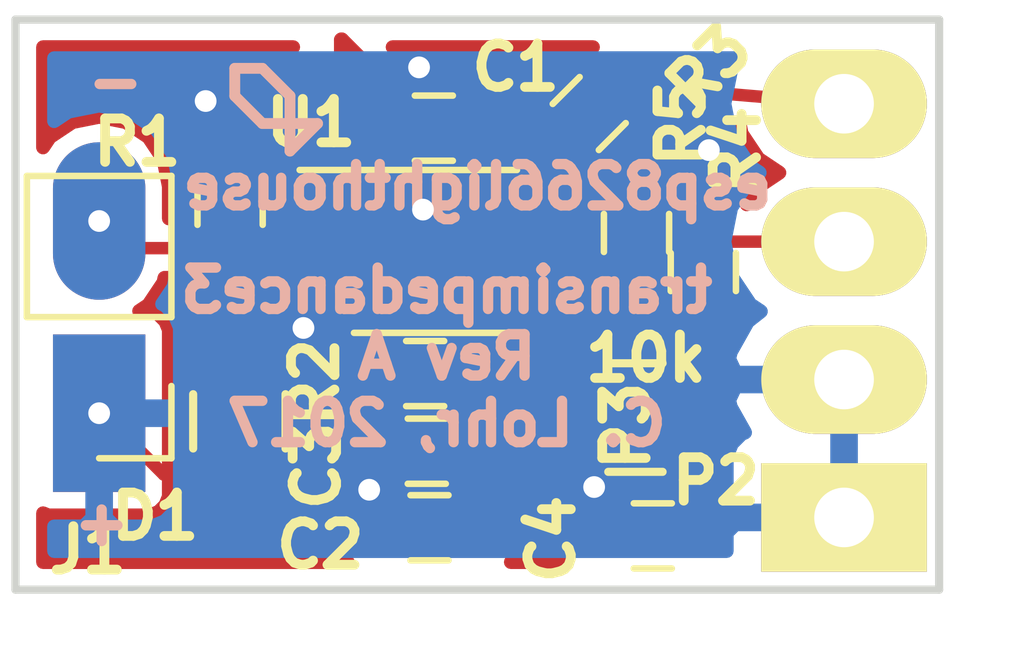
<source format=kicad_pcb>
(kicad_pcb (version 4) (host pcbnew 4.0.6-e0-6349~53~ubuntu16.04.1)

  (general
    (links 27)
    (no_connects 0)
    (area 43.254896 32.318799 62.660201 44.7182)
    (thickness 1.6)
    (drawings 17)
    (tracks 108)
    (zones 0)
    (modules 14)
    (nets 11)
  )

  (page User 134.62 134.62)
  (layers
    (0 F.Cu signal)
    (31 B.Cu signal)
    (32 B.Adhes user)
    (33 F.Adhes user)
    (34 B.Paste user)
    (35 F.Paste user)
    (36 B.SilkS user)
    (37 F.SilkS user)
    (38 B.Mask user)
    (39 F.Mask user)
    (40 Dwgs.User user)
    (41 Cmts.User user)
    (42 Eco1.User user)
    (43 Eco2.User user)
    (44 Edge.Cuts user)
    (45 Margin user)
    (46 B.CrtYd user)
    (47 F.CrtYd user)
    (48 B.Fab user)
    (49 F.Fab user hide)
  )

  (setup
    (last_trace_width 0.2286)
    (trace_clearance 0.2032)
    (zone_clearance 0.3048)
    (zone_45_only no)
    (trace_min 0.2)
    (segment_width 0.2)
    (edge_width 0.15)
    (via_size 0.6)
    (via_drill 0.4)
    (via_min_size 0.4)
    (via_min_drill 0.3)
    (uvia_size 0.3)
    (uvia_drill 0.1)
    (uvias_allowed no)
    (uvia_min_size 0)
    (uvia_min_drill 0)
    (pcb_text_width 0.3)
    (pcb_text_size 0.762 0.762)
    (mod_edge_width 0.15)
    (mod_text_size 0.8 0.8)
    (mod_text_width 0.18)
    (pad_size 1.7 2.9)
    (pad_drill 0.4)
    (pad_to_mask_clearance 0.1016)
    (aux_axis_origin 0 0)
    (grid_origin 55.88 41.275)
    (visible_elements FFFFFF7F)
    (pcbplotparams
      (layerselection 0x010f8_80000001)
      (usegerberextensions true)
      (excludeedgelayer false)
      (linewidth 0.100000)
      (plotframeref false)
      (viasonmask false)
      (mode 1)
      (useauxorigin false)
      (hpglpennumber 1)
      (hpglpenspeed 20)
      (hpglpendiameter 15)
      (hpglpenoverlay 2)
      (psnegative false)
      (psa4output false)
      (plotreference true)
      (plotvalue true)
      (plotinvisibletext false)
      (padsonsilk false)
      (subtractmaskfromsilk false)
      (outputformat 1)
      (mirror false)
      (drillshape 0)
      (scaleselection 1)
      (outputdirectory transimpedance3-revA-1_0mm_17x11))
  )

  (net 0 "")
  (net 1 "Net-(C1-Pad1)")
  (net 2 "Net-(C1-Pad2)")
  (net 3 +3V3)
  (net 4 GND)
  (net 5 VG1)
  (net 6 "Net-(P2-Pad3)")
  (net 7 "Net-(R4-Pad2)")
  (net 8 "Net-(C4-Pad2)")
  (net 9 "Net-(J1-Pad2)")
  (net 10 "Net-(P2-Pad4)")

  (net_class Default "This is the default net class."
    (clearance 0.2032)
    (trace_width 0.2286)
    (via_dia 0.6)
    (via_drill 0.4)
    (uvia_dia 0.3)
    (uvia_drill 0.1)
    (add_net +3V3)
    (add_net GND)
    (add_net "Net-(C1-Pad1)")
    (add_net "Net-(C1-Pad2)")
    (add_net "Net-(C4-Pad2)")
    (add_net "Net-(J1-Pad2)")
    (add_net "Net-(P2-Pad3)")
    (add_net "Net-(P2-Pad4)")
    (add_net "Net-(R4-Pad2)")
    (add_net VG1)
  )

  (module TerminalBlock_Pheonix_MPT-2.54mm_4pol (layer F.Cu) (tedit 59658EDB) (tstamp 58E0B70F)
    (at 59.13 41.945 90)
    (descr "4-way 2.54mm pitch terminal block, Phoenix MPT series")
    (path /58DD50F7)
    (fp_text reference P2 (at 0.67 -2.36 180) (layer F.SilkS)
      (effects (font (size 0.8 0.8) (thickness 0.18)))
    )
    (fp_text value SYS (at 4.2418 0.03556 90) (layer F.Fab)
      (effects (font (size 0.8 0.8) (thickness 0.18)))
    )
    (fp_line (start -1.778 -3.302) (end 9.398 -3.302) (layer F.CrtYd) (width 0.05))
    (fp_line (start -1.778 3.302) (end -1.778 -3.302) (layer F.CrtYd) (width 0.05))
    (fp_line (start 9.398 3.302) (end -1.778 3.302) (layer F.CrtYd) (width 0.05))
    (fp_line (start 9.398 -3.302) (end 9.398 3.302) (layer F.CrtYd) (width 0.05))
    (pad 4 thru_hole oval (at 7.62 0 270) (size 1.99898 3.048) (drill 1.09728) (layers *.Cu *.Mask F.SilkS)
      (net 10 "Net-(P2-Pad4)"))
    (pad 1 thru_hole rect (at 0 0 270) (size 1.99898 3.048) (drill 1.09728) (layers *.Cu *.Mask F.SilkS)
      (net 4 GND))
    (pad 2 thru_hole oval (at 2.54 0 270) (size 1.99898 3.048) (drill 1.09728) (layers *.Cu *.Mask F.SilkS)
      (net 4 GND))
    (pad 3 thru_hole oval (at 5.08 0 270) (size 1.99898 3.048) (drill 1.09728) (layers *.Cu *.Mask F.SilkS)
      (net 6 "Net-(P2-Pad3)"))
    (model Terminal_Blocks.3dshapes/TerminalBlock_Pheonix_MPT-2.54mm_4pol.wrl
      (at (xyz 0.15 0 0))
      (scale (xyz 1 1 1))
      (rotate (xyz 0 0 0))
    )
  )

  (module C_0805 (layer F.Cu) (tedit 59154AA3) (tstamp 58E0B7E8)
    (at 48 40.175 90)
    (descr "Capacitor SMD 0805, reflow soldering, AVX (see smccp.pdf)")
    (tags "capacitor 0805")
    (path /58DD3E79)
    (attr smd)
    (fp_text reference D1 (at -1.75 -1.55 180) (layer F.SilkS)
      (effects (font (size 0.8 0.8) (thickness 0.18)))
    )
    (fp_text value BLUE (at -0.22352 -0.17272 90) (layer F.Fab)
      (effects (font (size 0.8 0.8) (thickness 0.18)))
    )
    (fp_line (start -1.8 -1) (end 1.8 -1) (layer F.CrtYd) (width 0.05))
    (fp_line (start -1.8 1) (end 1.8 1) (layer F.CrtYd) (width 0.05))
    (fp_line (start -1.8 -1) (end -1.8 1) (layer F.CrtYd) (width 0.05))
    (fp_line (start 1.8 -1) (end 1.8 1) (layer F.CrtYd) (width 0.05))
    (fp_line (start 0.5 -0.85) (end -0.5 -0.85) (layer F.SilkS) (width 0.15))
    (fp_line (start -0.5 0.85) (end 0.5 0.85) (layer F.SilkS) (width 0.15))
    (pad 1 smd rect (at -1 0 90) (size 1 1.25) (layers F.Cu F.Paste F.Mask)
      (net 4 GND))
    (pad 2 smd rect (at 1 0 90) (size 1 1.25) (layers F.Cu F.Paste F.Mask)
      (net 5 VG1))
    (model Capacitors_SMD.3dshapes/C_0805.wrl
      (at (xyz 0 0 0))
      (scale (xyz 1 1 1))
      (rotate (xyz 0 0 0))
    )
  )

  (module TRIMMER-PVZ2A (layer F.Cu) (tedit 59154BDE) (tstamp 58E04AAB)
    (at 53.79 40.105 270)
    (path /58DE92DB)
    (fp_text reference P3 (at 0.154 -1.328 270) (layer F.SilkS)
      (effects (font (size 0.8 0.8) (thickness 0.18)))
    )
    (fp_text value 10k (at -1.09 -1.69 360) (layer F.SilkS)
      (effects (font (size 0.8 0.8) (thickness 0.18)))
    )
    (fp_line (start 1 -2) (end 1 -1) (layer F.SilkS) (width 0.15))
    (fp_line (start -1 -1) (end -1 -2) (layer F.SilkS) (width 0.15))
    (pad 1 smd rect (at -0.8 0 270) (size 1 1) (layers F.Cu F.Paste F.Mask)
      (net 3 +3V3))
    (pad 2 smd rect (at 0 -2.54 270) (size 1 1) (layers F.Cu F.Paste F.Mask)
      (net 8 "Net-(C4-Pad2)"))
    (pad 3 smd rect (at 0.8 0 270) (size 1 1) (layers F.Cu F.Paste F.Mask)
      (net 4 GND))
  )

  (module C_0603 (layer F.Cu) (tedit 59658E91) (tstamp 592DDE32)
    (at 51.58 34.775 180)
    (descr "Capacitor SMD 0603, reflow soldering, AVX (see smccp.pdf)")
    (tags "capacitor 0603")
    (path /58DE727D)
    (attr smd)
    (fp_text reference C1 (at -1.506 1.12 180) (layer F.SilkS)
      (effects (font (size 0.8 0.8) (thickness 0.18)))
    )
    (fp_text value 36pF (at 0 1.5 180) (layer F.Fab)
      (effects (font (size 0.8 0.8) (thickness 0.18)))
    )
    (fp_text user %R (at 0 -1.5 180) (layer F.Fab)
      (effects (font (size 0.8 0.8) (thickness 0.18)))
    )
    (fp_line (start -0.8 0.4) (end -0.8 -0.4) (layer F.Fab) (width 0.1))
    (fp_line (start 0.8 0.4) (end -0.8 0.4) (layer F.Fab) (width 0.1))
    (fp_line (start 0.8 -0.4) (end 0.8 0.4) (layer F.Fab) (width 0.1))
    (fp_line (start -0.8 -0.4) (end 0.8 -0.4) (layer F.Fab) (width 0.1))
    (fp_line (start -0.35 -0.6) (end 0.35 -0.6) (layer F.SilkS) (width 0.12))
    (fp_line (start 0.35 0.6) (end -0.35 0.6) (layer F.SilkS) (width 0.12))
    (fp_line (start -1.4 -0.65) (end 1.4 -0.65) (layer F.CrtYd) (width 0.05))
    (fp_line (start -1.4 -0.65) (end -1.4 0.65) (layer F.CrtYd) (width 0.05))
    (fp_line (start 1.4 0.65) (end 1.4 -0.65) (layer F.CrtYd) (width 0.05))
    (fp_line (start 1.4 0.65) (end -1.4 0.65) (layer F.CrtYd) (width 0.05))
    (pad 1 smd rect (at -0.75 0 180) (size 0.8 0.75) (layers F.Cu F.Paste F.Mask)
      (net 1 "Net-(C1-Pad1)"))
    (pad 2 smd rect (at 0.75 0 180) (size 0.8 0.75) (layers F.Cu F.Paste F.Mask)
      (net 2 "Net-(C1-Pad2)"))
    (model Capacitors_SMD.3dshapes/C_0603.wrl
      (at (xyz 0 0 0))
      (scale (xyz 1 1 1))
      (rotate (xyz 0 0 0))
    )
  )

  (module C_0603 (layer F.Cu) (tedit 59154AA0) (tstamp 592DDE42)
    (at 51.5 42.135 180)
    (descr "Capacitor SMD 0603, reflow soldering, AVX (see smccp.pdf)")
    (tags "capacitor 0603")
    (path /58DD4042)
    (attr smd)
    (fp_text reference C2 (at 2.01 -0.32 180) (layer F.SilkS)
      (effects (font (size 0.8 0.8) (thickness 0.18)))
    )
    (fp_text value 10u (at 0 1.5 180) (layer F.Fab)
      (effects (font (size 0.8 0.8) (thickness 0.18)))
    )
    (fp_text user %R (at 0 -1.5 180) (layer F.Fab)
      (effects (font (size 0.8 0.8) (thickness 0.18)))
    )
    (fp_line (start -0.8 0.4) (end -0.8 -0.4) (layer F.Fab) (width 0.1))
    (fp_line (start 0.8 0.4) (end -0.8 0.4) (layer F.Fab) (width 0.1))
    (fp_line (start 0.8 -0.4) (end 0.8 0.4) (layer F.Fab) (width 0.1))
    (fp_line (start -0.8 -0.4) (end 0.8 -0.4) (layer F.Fab) (width 0.1))
    (fp_line (start -0.35 -0.6) (end 0.35 -0.6) (layer F.SilkS) (width 0.12))
    (fp_line (start 0.35 0.6) (end -0.35 0.6) (layer F.SilkS) (width 0.12))
    (fp_line (start -1.4 -0.65) (end 1.4 -0.65) (layer F.CrtYd) (width 0.05))
    (fp_line (start -1.4 -0.65) (end -1.4 0.65) (layer F.CrtYd) (width 0.05))
    (fp_line (start 1.4 0.65) (end 1.4 -0.65) (layer F.CrtYd) (width 0.05))
    (fp_line (start 1.4 0.65) (end -1.4 0.65) (layer F.CrtYd) (width 0.05))
    (pad 1 smd rect (at -0.75 0 180) (size 0.8 0.75) (layers F.Cu F.Paste F.Mask)
      (net 3 +3V3))
    (pad 2 smd rect (at 0.75 0 180) (size 0.8 0.75) (layers F.Cu F.Paste F.Mask)
      (net 4 GND))
    (model Capacitors_SMD.3dshapes/C_0603.wrl
      (at (xyz 0 0 0))
      (scale (xyz 1 1 1))
      (rotate (xyz 0 0 0))
    )
  )

  (module C_0603 (layer F.Cu) (tedit 59154ABC) (tstamp 592DDE52)
    (at 51.45 40.725 180)
    (descr "Capacitor SMD 0603, reflow soldering, AVX (see smccp.pdf)")
    (tags "capacitor 0603")
    (path /58DD40AE)
    (attr smd)
    (fp_text reference C3 (at 2.03 -0.27 270) (layer F.SilkS)
      (effects (font (size 0.8 0.8) (thickness 0.18)))
    )
    (fp_text value 10n (at 0 1.5 180) (layer F.Fab)
      (effects (font (size 0.8 0.8) (thickness 0.18)))
    )
    (fp_text user %R (at 0 -1.5 180) (layer F.Fab)
      (effects (font (size 0.8 0.8) (thickness 0.18)))
    )
    (fp_line (start -0.8 0.4) (end -0.8 -0.4) (layer F.Fab) (width 0.1))
    (fp_line (start 0.8 0.4) (end -0.8 0.4) (layer F.Fab) (width 0.1))
    (fp_line (start 0.8 -0.4) (end 0.8 0.4) (layer F.Fab) (width 0.1))
    (fp_line (start -0.8 -0.4) (end 0.8 -0.4) (layer F.Fab) (width 0.1))
    (fp_line (start -0.35 -0.6) (end 0.35 -0.6) (layer F.SilkS) (width 0.12))
    (fp_line (start 0.35 0.6) (end -0.35 0.6) (layer F.SilkS) (width 0.12))
    (fp_line (start -1.4 -0.65) (end 1.4 -0.65) (layer F.CrtYd) (width 0.05))
    (fp_line (start -1.4 -0.65) (end -1.4 0.65) (layer F.CrtYd) (width 0.05))
    (fp_line (start 1.4 0.65) (end 1.4 -0.65) (layer F.CrtYd) (width 0.05))
    (fp_line (start 1.4 0.65) (end -1.4 0.65) (layer F.CrtYd) (width 0.05))
    (pad 1 smd rect (at -0.75 0 180) (size 0.8 0.75) (layers F.Cu F.Paste F.Mask)
      (net 3 +3V3))
    (pad 2 smd rect (at 0.75 0 180) (size 0.8 0.75) (layers F.Cu F.Paste F.Mask)
      (net 4 GND))
    (model Capacitors_SMD.3dshapes/C_0603.wrl
      (at (xyz 0 0 0))
      (scale (xyz 1 1 1))
      (rotate (xyz 0 0 0))
    )
  )

  (module C_0603 (layer F.Cu) (tedit 59154BD9) (tstamp 592DDE62)
    (at 55.61 42.285)
    (descr "Capacitor SMD 0603, reflow soldering, AVX (see smccp.pdf)")
    (tags "capacitor 0603")
    (path /58DE9469)
    (attr smd)
    (fp_text reference C4 (at -1.87 0.06 90) (layer F.SilkS)
      (effects (font (size 0.8 0.8) (thickness 0.18)))
    )
    (fp_text value 10n (at 0 1.5) (layer F.Fab)
      (effects (font (size 0.8 0.8) (thickness 0.18)))
    )
    (fp_text user %R (at 0 -1.5) (layer F.Fab)
      (effects (font (size 0.8 0.8) (thickness 0.18)))
    )
    (fp_line (start -0.8 0.4) (end -0.8 -0.4) (layer F.Fab) (width 0.1))
    (fp_line (start 0.8 0.4) (end -0.8 0.4) (layer F.Fab) (width 0.1))
    (fp_line (start 0.8 -0.4) (end 0.8 0.4) (layer F.Fab) (width 0.1))
    (fp_line (start -0.8 -0.4) (end 0.8 -0.4) (layer F.Fab) (width 0.1))
    (fp_line (start -0.35 -0.6) (end 0.35 -0.6) (layer F.SilkS) (width 0.12))
    (fp_line (start 0.35 0.6) (end -0.35 0.6) (layer F.SilkS) (width 0.12))
    (fp_line (start -1.4 -0.65) (end 1.4 -0.65) (layer F.CrtYd) (width 0.05))
    (fp_line (start -1.4 -0.65) (end -1.4 0.65) (layer F.CrtYd) (width 0.05))
    (fp_line (start 1.4 0.65) (end 1.4 -0.65) (layer F.CrtYd) (width 0.05))
    (fp_line (start 1.4 0.65) (end -1.4 0.65) (layer F.CrtYd) (width 0.05))
    (pad 1 smd rect (at -0.75 0) (size 0.8 0.75) (layers F.Cu F.Paste F.Mask)
      (net 4 GND))
    (pad 2 smd rect (at 0.75 0) (size 0.8 0.75) (layers F.Cu F.Paste F.Mask)
      (net 8 "Net-(C4-Pad2)"))
    (model Capacitors_SMD.3dshapes/C_0603.wrl
      (at (xyz 0 0 0))
      (scale (xyz 1 1 1))
      (rotate (xyz 0 0 0))
    )
  )

  (module Pin_Header_Straight_1x02_Pitch2.54mm (layer F.Cu) (tedit 59658F6C) (tstamp 592DDE86)
    (at 45.42 39.525 180)
    (descr "Through hole straight pin header, 1x02, 2.54mm pitch, single row")
    (tags "Through hole pin header THT 1x02 2.54mm single row")
    (path /59154B49)
    (fp_text reference J1 (at 0.208 -3.02 180) (layer F.SilkS)
      (effects (font (size 0.8 0.8) (thickness 0.18)))
    )
    (fp_text value PHOTO (at 0 4.87 180) (layer F.Fab)
      (effects (font (size 0.8 0.8) (thickness 0.18)))
    )
    (fp_line (start -1.27 -1.27) (end -1.27 3.81) (layer F.Fab) (width 0.1))
    (fp_line (start -1.27 3.81) (end 1.27 3.81) (layer F.Fab) (width 0.1))
    (fp_line (start 1.27 3.81) (end 1.27 -1.27) (layer F.Fab) (width 0.1))
    (fp_line (start 1.27 -1.27) (end -1.27 -1.27) (layer F.Fab) (width 0.1))
    (fp_line (start -1.33 1.27) (end -1.33 3.87) (layer F.SilkS) (width 0.12))
    (fp_line (start -1.33 3.87) (end 1.33 3.87) (layer F.SilkS) (width 0.12))
    (fp_line (start 1.33 3.87) (end 1.33 1.27) (layer F.SilkS) (width 0.12))
    (fp_line (start 1.33 1.27) (end -1.33 1.27) (layer F.SilkS) (width 0.12))
    (fp_line (start -1.33 0) (end -1.33 -1.33) (layer F.SilkS) (width 0.12))
    (fp_line (start -1.33 -1.33) (end 0 -1.33) (layer F.SilkS) (width 0.12))
    (fp_line (start -1.8 -1.8) (end -1.8 4.35) (layer F.CrtYd) (width 0.05))
    (fp_line (start -1.8 4.35) (end 1.8 4.35) (layer F.CrtYd) (width 0.05))
    (fp_line (start 1.8 4.35) (end 1.8 -1.8) (layer F.CrtYd) (width 0.05))
    (fp_line (start 1.8 -1.8) (end -1.8 -1.8) (layer F.CrtYd) (width 0.05))
    (fp_text user %R (at 0 -2.33 180) (layer F.Fab)
      (effects (font (size 0.8 0.8) (thickness 0.18)))
    )
    (pad 1 thru_hole rect (at 0 -0.5 180) (size 1.7 2.9) (drill 0.4) (layers *.Cu *.Mask)
      (net 4 GND))
    (pad 2 thru_hole oval (at 0 3.04 180) (size 1.7 2.9) (drill 0.4) (layers *.Cu *.Mask)
      (net 9 "Net-(J1-Pad2)"))
    (model ${KISYS3DMOD}/Pin_Headers.3dshapes/Pin_Header_Straight_1x02_Pitch2.54mm.wrl
      (at (xyz 0 -0.05 0))
      (scale (xyz 1 1 1))
      (rotate (xyz 0 0 90))
    )
  )

  (module C_0603 (layer F.Cu) (tedit 59154A18) (tstamp 592DDE87)
    (at 47.83 36.205 270)
    (descr "Capacitor SMD 0603, reflow soldering, AVX (see smccp.pdf)")
    (tags "capacitor 0603")
    (path /58DD3BB5)
    (attr smd)
    (fp_text reference R1 (at -1.17 1.71 360) (layer F.SilkS)
      (effects (font (size 0.8 0.8) (thickness 0.18)))
    )
    (fp_text value 22k (at 0 1.5 270) (layer F.Fab)
      (effects (font (size 0.8 0.8) (thickness 0.18)))
    )
    (fp_text user %R (at 0 -1.5 270) (layer F.Fab)
      (effects (font (size 0.8 0.8) (thickness 0.18)))
    )
    (fp_line (start -0.8 0.4) (end -0.8 -0.4) (layer F.Fab) (width 0.1))
    (fp_line (start 0.8 0.4) (end -0.8 0.4) (layer F.Fab) (width 0.1))
    (fp_line (start 0.8 -0.4) (end 0.8 0.4) (layer F.Fab) (width 0.1))
    (fp_line (start -0.8 -0.4) (end 0.8 -0.4) (layer F.Fab) (width 0.1))
    (fp_line (start -0.35 -0.6) (end 0.35 -0.6) (layer F.SilkS) (width 0.12))
    (fp_line (start 0.35 0.6) (end -0.35 0.6) (layer F.SilkS) (width 0.12))
    (fp_line (start -1.4 -0.65) (end 1.4 -0.65) (layer F.CrtYd) (width 0.05))
    (fp_line (start -1.4 -0.65) (end -1.4 0.65) (layer F.CrtYd) (width 0.05))
    (fp_line (start 1.4 0.65) (end 1.4 -0.65) (layer F.CrtYd) (width 0.05))
    (fp_line (start 1.4 0.65) (end -1.4 0.65) (layer F.CrtYd) (width 0.05))
    (pad 1 smd rect (at -0.75 0 270) (size 0.8 0.75) (layers F.Cu F.Paste F.Mask)
      (net 2 "Net-(C1-Pad2)"))
    (pad 2 smd rect (at 0.75 0 270) (size 0.8 0.75) (layers F.Cu F.Paste F.Mask)
      (net 9 "Net-(J1-Pad2)"))
    (model Capacitors_SMD.3dshapes/C_0603.wrl
      (at (xyz 0 0 0))
      (scale (xyz 1 1 1))
      (rotate (xyz 0 0 0))
    )
  )

  (module C_0603 (layer F.Cu) (tedit 59154ABB) (tstamp 592DDE97)
    (at 51.42 39.295 180)
    (descr "Capacitor SMD 0603, reflow soldering, AVX (see smccp.pdf)")
    (tags "capacitor 0603")
    (path /58DD3F94)
    (attr smd)
    (fp_text reference R2 (at 2.03 -0.16 270) (layer F.SilkS)
      (effects (font (size 0.8 0.8) (thickness 0.18)))
    )
    (fp_text value 10k (at 0 1.5 180) (layer F.Fab)
      (effects (font (size 0.8 0.8) (thickness 0.18)))
    )
    (fp_text user %R (at 0 -1.5 180) (layer F.Fab)
      (effects (font (size 0.8 0.8) (thickness 0.18)))
    )
    (fp_line (start -0.8 0.4) (end -0.8 -0.4) (layer F.Fab) (width 0.1))
    (fp_line (start 0.8 0.4) (end -0.8 0.4) (layer F.Fab) (width 0.1))
    (fp_line (start 0.8 -0.4) (end 0.8 0.4) (layer F.Fab) (width 0.1))
    (fp_line (start -0.8 -0.4) (end 0.8 -0.4) (layer F.Fab) (width 0.1))
    (fp_line (start -0.35 -0.6) (end 0.35 -0.6) (layer F.SilkS) (width 0.12))
    (fp_line (start 0.35 0.6) (end -0.35 0.6) (layer F.SilkS) (width 0.12))
    (fp_line (start -1.4 -0.65) (end 1.4 -0.65) (layer F.CrtYd) (width 0.05))
    (fp_line (start -1.4 -0.65) (end -1.4 0.65) (layer F.CrtYd) (width 0.05))
    (fp_line (start 1.4 0.65) (end 1.4 -0.65) (layer F.CrtYd) (width 0.05))
    (fp_line (start 1.4 0.65) (end -1.4 0.65) (layer F.CrtYd) (width 0.05))
    (pad 1 smd rect (at -0.75 0 180) (size 0.8 0.75) (layers F.Cu F.Paste F.Mask)
      (net 3 +3V3))
    (pad 2 smd rect (at 0.75 0 180) (size 0.8 0.75) (layers F.Cu F.Paste F.Mask)
      (net 5 VG1))
    (model Capacitors_SMD.3dshapes/C_0603.wrl
      (at (xyz 0 0 0))
      (scale (xyz 1 1 1))
      (rotate (xyz 0 0 0))
    )
  )

  (module C_0603 (layer F.Cu) (tedit 59658E85) (tstamp 592DDEA7)
    (at 56.54 37.425 270)
    (descr "Capacitor SMD 0603, reflow soldering, AVX (see smccp.pdf)")
    (tags "capacitor 0603")
    (path /58DE7301)
    (attr smd)
    (fp_text reference R4 (at -2.246 -0.61 270) (layer F.SilkS)
      (effects (font (size 0.8 0.8) (thickness 0.18)))
    )
    (fp_text value 47k (at 0 1.5 270) (layer F.Fab)
      (effects (font (size 0.8 0.8) (thickness 0.18)))
    )
    (fp_text user %R (at 0 -1.5 270) (layer F.Fab)
      (effects (font (size 0.8 0.8) (thickness 0.18)))
    )
    (fp_line (start -0.8 0.4) (end -0.8 -0.4) (layer F.Fab) (width 0.1))
    (fp_line (start 0.8 0.4) (end -0.8 0.4) (layer F.Fab) (width 0.1))
    (fp_line (start 0.8 -0.4) (end 0.8 0.4) (layer F.Fab) (width 0.1))
    (fp_line (start -0.8 -0.4) (end 0.8 -0.4) (layer F.Fab) (width 0.1))
    (fp_line (start -0.35 -0.6) (end 0.35 -0.6) (layer F.SilkS) (width 0.12))
    (fp_line (start 0.35 0.6) (end -0.35 0.6) (layer F.SilkS) (width 0.12))
    (fp_line (start -1.4 -0.65) (end 1.4 -0.65) (layer F.CrtYd) (width 0.05))
    (fp_line (start -1.4 -0.65) (end -1.4 0.65) (layer F.CrtYd) (width 0.05))
    (fp_line (start 1.4 0.65) (end 1.4 -0.65) (layer F.CrtYd) (width 0.05))
    (fp_line (start 1.4 0.65) (end -1.4 0.65) (layer F.CrtYd) (width 0.05))
    (pad 1 smd rect (at -0.75 0 270) (size 0.8 0.75) (layers F.Cu F.Paste F.Mask)
      (net 6 "Net-(P2-Pad3)"))
    (pad 2 smd rect (at 0.75 0 270) (size 0.8 0.75) (layers F.Cu F.Paste F.Mask)
      (net 7 "Net-(R4-Pad2)"))
    (model Capacitors_SMD.3dshapes/C_0603.wrl
      (at (xyz 0 0 0))
      (scale (xyz 1 1 1))
      (rotate (xyz 0 0 0))
    )
  )

  (module C_0603 (layer F.Cu) (tedit 59658E78) (tstamp 592DDEB7)
    (at 55.31 36.705 90)
    (descr "Capacitor SMD 0603, reflow soldering, AVX (see smccp.pdf)")
    (tags "capacitor 0603")
    (path /58DE73EA)
    (attr smd)
    (fp_text reference R5 (at 2.034 0.824 90) (layer F.SilkS)
      (effects (font (size 0.8 0.8) (thickness 0.18)))
    )
    (fp_text value 4.7k (at 0 1.5 90) (layer F.Fab)
      (effects (font (size 0.8 0.8) (thickness 0.18)))
    )
    (fp_text user %R (at 0 -1.5 90) (layer F.Fab)
      (effects (font (size 0.8 0.8) (thickness 0.18)))
    )
    (fp_line (start -0.8 0.4) (end -0.8 -0.4) (layer F.Fab) (width 0.1))
    (fp_line (start 0.8 0.4) (end -0.8 0.4) (layer F.Fab) (width 0.1))
    (fp_line (start 0.8 -0.4) (end 0.8 0.4) (layer F.Fab) (width 0.1))
    (fp_line (start -0.8 -0.4) (end 0.8 -0.4) (layer F.Fab) (width 0.1))
    (fp_line (start -0.35 -0.6) (end 0.35 -0.6) (layer F.SilkS) (width 0.12))
    (fp_line (start 0.35 0.6) (end -0.35 0.6) (layer F.SilkS) (width 0.12))
    (fp_line (start -1.4 -0.65) (end 1.4 -0.65) (layer F.CrtYd) (width 0.05))
    (fp_line (start -1.4 -0.65) (end -1.4 0.65) (layer F.CrtYd) (width 0.05))
    (fp_line (start 1.4 0.65) (end 1.4 -0.65) (layer F.CrtYd) (width 0.05))
    (fp_line (start 1.4 0.65) (end -1.4 0.65) (layer F.CrtYd) (width 0.05))
    (pad 1 smd rect (at -0.75 0 90) (size 0.8 0.75) (layers F.Cu F.Paste F.Mask)
      (net 7 "Net-(R4-Pad2)"))
    (pad 2 smd rect (at 0.75 0 90) (size 0.8 0.75) (layers F.Cu F.Paste F.Mask)
      (net 1 "Net-(C1-Pad1)"))
    (model Capacitors_SMD.3dshapes/C_0603.wrl
      (at (xyz 0 0 0))
      (scale (xyz 1 1 1))
      (rotate (xyz 0 0 0))
    )
  )

  (module Housings_SSOP:SSOP-8_2.95x2.8mm_Pitch0.65mm (layer F.Cu) (tedit 59154A15) (tstamp 592DDFF2)
    (at 51.61 37.045)
    (descr "SSOP-8 2.9 x2.8mm Pitch 0.65mm")
    (tags "SSOP-8 2.95x2.8mm Pitch 0.65mm")
    (path /58DD3B39)
    (attr smd)
    (fp_text reference U1 (at -2.29 -2.37) (layer F.SilkS)
      (effects (font (size 0.8 0.8) (thickness 0.18)))
    )
    (fp_text value TSV992 (at 0 2.6) (layer F.Fab)
      (effects (font (size 0.8 0.8) (thickness 0.18)))
    )
    (fp_line (start -2.75 -1.65) (end 2.75 -1.65) (layer F.CrtYd) (width 0.05))
    (fp_line (start -2.75 1.65) (end -2.75 -1.65) (layer F.CrtYd) (width 0.05))
    (fp_line (start 2.75 1.65) (end -2.75 1.65) (layer F.CrtYd) (width 0.05))
    (fp_line (start 2.75 -1.65) (end 2.75 1.65) (layer F.CrtYd) (width 0.05))
    (fp_line (start 1.5 1.5) (end -1.5 1.5) (layer F.SilkS) (width 0.12))
    (fp_line (start 1.5 -1.5) (end -2.5 -1.5) (layer F.SilkS) (width 0.12))
    (fp_line (start -0.475 -1.4) (end -1.475 -0.7) (layer F.Fab) (width 0.1))
    (fp_line (start -0.475 -1.4) (end 1.475 -1.4) (layer F.Fab) (width 0.1))
    (fp_line (start -1.475 1.4) (end -1.475 -0.7) (layer F.Fab) (width 0.1))
    (fp_line (start 1.475 1.4) (end -1.475 1.4) (layer F.Fab) (width 0.1))
    (fp_line (start 1.475 -1.4) (end 1.475 1.4) (layer F.Fab) (width 0.1))
    (fp_text user %R (at 0 0) (layer F.Fab)
      (effects (font (size 0.8 0.8) (thickness 0.18)))
    )
    (pad 1 smd rect (at -1.7 -0.975 270) (size 0.3 1.6) (layers F.Cu F.Paste F.Mask)
      (net 2 "Net-(C1-Pad2)"))
    (pad 2 smd rect (at -1.7 -0.325 270) (size 0.3 1.6) (layers F.Cu F.Paste F.Mask)
      (net 9 "Net-(J1-Pad2)"))
    (pad 3 smd rect (at -1.7 0.325 270) (size 0.3 1.6) (layers F.Cu F.Paste F.Mask)
      (net 5 VG1))
    (pad 4 smd rect (at -1.7 0.975 270) (size 0.3 1.6) (layers F.Cu F.Paste F.Mask)
      (net 4 GND))
    (pad 5 smd rect (at 1.7 0.975 270) (size 0.3 1.6) (layers F.Cu F.Paste F.Mask)
      (net 8 "Net-(C4-Pad2)"))
    (pad 6 smd rect (at 1.7 0.325 270) (size 0.3 1.6) (layers F.Cu F.Paste F.Mask)
      (net 7 "Net-(R4-Pad2)"))
    (pad 7 smd rect (at 1.7 -0.325 270) (size 0.3 1.6) (layers F.Cu F.Paste F.Mask)
      (net 6 "Net-(P2-Pad3)"))
    (pad 8 smd rect (at 1.7 -0.975 270) (size 0.3 1.6) (layers F.Cu F.Paste F.Mask)
      (net 3 +3V3))
    (model ${KISYS3DMOD}/Housings_SSOP.3dshapes/SSOP-8_2.95x2.8mm_Pitch0.65mm.wrl
      (at (xyz 0 0 0))
      (scale (xyz 1 1 1))
      (rotate (xyz 0 0 0))
    )
  )

  (module C_0603 (layer F.Cu) (tedit 59658E72) (tstamp 592DE856)
    (at 54.44 34.505 225)
    (descr "Capacitor SMD 0603, reflow soldering, AVX (see smccp.pdf)")
    (tags "capacitor 0603")
    (path /59155773)
    (attr smd)
    (fp_text reference R3 (at -2.15809 -0.956008 225) (layer F.SilkS)
      (effects (font (size 0.8 0.8) (thickness 0.18)))
    )
    (fp_text value J (at 0 1.5 225) (layer F.Fab)
      (effects (font (size 0.8 0.8) (thickness 0.18)))
    )
    (fp_text user %R (at 0 -1.5 225) (layer F.Fab)
      (effects (font (size 0.8 0.8) (thickness 0.18)))
    )
    (fp_line (start -0.8 0.4) (end -0.8 -0.4) (layer F.Fab) (width 0.1))
    (fp_line (start 0.8 0.4) (end -0.8 0.4) (layer F.Fab) (width 0.1))
    (fp_line (start 0.8 -0.4) (end 0.8 0.4) (layer F.Fab) (width 0.1))
    (fp_line (start -0.8 -0.4) (end 0.8 -0.4) (layer F.Fab) (width 0.1))
    (fp_line (start -0.35 -0.6) (end 0.35 -0.6) (layer F.SilkS) (width 0.12))
    (fp_line (start 0.35 0.6) (end -0.35 0.6) (layer F.SilkS) (width 0.12))
    (fp_line (start -1.4 -0.65) (end 1.4 -0.65) (layer F.CrtYd) (width 0.05))
    (fp_line (start -1.4 -0.65) (end -1.4 0.65) (layer F.CrtYd) (width 0.05))
    (fp_line (start 1.4 0.65) (end 1.4 -0.65) (layer F.CrtYd) (width 0.05))
    (fp_line (start 1.4 0.65) (end -1.4 0.65) (layer F.CrtYd) (width 0.05))
    (pad 1 smd rect (at -0.75 0 225) (size 0.8 0.75) (layers F.Cu F.Paste F.Mask)
      (net 10 "Net-(P2-Pad4)"))
    (pad 2 smd rect (at 0.75 0 225) (size 0.8 0.75) (layers F.Cu F.Paste F.Mask)
      (net 3 +3V3))
    (model Capacitors_SMD.3dshapes/C_0603.wrl
      (at (xyz 0 0 0))
      (scale (xyz 1 1 1))
      (rotate (xyz 0 0 0))
    )
  )

  (gr_text + (at 45.466 42.037) (layer B.SilkS)
    (effects (font (size 0.762 0.762) (thickness 0.1905)))
  )
  (gr_text - (at 45.72 33.909) (layer B.SilkS)
    (effects (font (size 0.762 0.762) (thickness 0.1905)))
  )
  (gr_line (start 43.88 43.275) (end 43.88 32.775) (angle 90) (layer Edge.Cuts) (width 0.15))
  (gr_line (start 60.88 43.275) (end 43.88 43.275) (angle 90) (layer Edge.Cuts) (width 0.15))
  (gr_line (start 60.88 32.775) (end 60.88 43.275) (angle 90) (layer Edge.Cuts) (width 0.15))
  (gr_line (start 43.88 32.775) (end 60.88 32.775) (angle 90) (layer Edge.Cuts) (width 0.15))
  (gr_text esp8266lighthouse (at 52.38 35.855) (layer B.SilkS)
    (effects (font (size 0.762 0.762) (thickness 0.1905)) (justify mirror))
  )
  (gr_text "transimpedance3\nRev A\nC. Lohr, 2017" (at 51.816 38.989) (layer B.SilkS)
    (effects (font (size 0.762 0.762) (thickness 0.1905)) (justify mirror))
  )
  (gr_line (start 48.424 33.673) (end 47.916 33.673) (angle 90) (layer B.SilkS) (width 0.2))
  (gr_line (start 48.932 34.181) (end 48.424 33.673) (angle 90) (layer B.SilkS) (width 0.2))
  (gr_line (start 48.932 34.689) (end 48.932 34.181) (angle 90) (layer B.SilkS) (width 0.2))
  (gr_line (start 49.44 34.689) (end 48.932 34.689) (angle 90) (layer B.SilkS) (width 0.2))
  (gr_line (start 48.932 35.197) (end 49.44 34.689) (angle 90) (layer B.SilkS) (width 0.2))
  (gr_line (start 48.932 34.689) (end 48.932 35.197) (angle 90) (layer B.SilkS) (width 0.2))
  (gr_line (start 48.424 34.689) (end 48.932 34.689) (angle 90) (layer B.SilkS) (width 0.2))
  (gr_line (start 47.916 34.181) (end 48.424 34.689) (angle 90) (layer B.SilkS) (width 0.2))
  (gr_line (start 47.916 33.673) (end 47.916 34.181) (angle 90) (layer B.SilkS) (width 0.2))

  (segment (start 48.6112 35.0563) (end 48.6112 34.4213) (width 0.2794) (layer F.Cu) (net 0))
  (segment (start 49.2462 35.0563) (end 48.6112 35.0563) (width 0.2794) (layer F.Cu) (net 0) (tstamp 58E0BF61))
  (segment (start 49.8812 34.4213) (end 49.2462 35.0563) (width 0.2794) (layer F.Cu) (net 0) (tstamp 58E0BF60))
  (segment (start 49.8812 33.7863) (end 49.8812 34.4213) (width 0.2794) (layer F.Cu) (net 0) (tstamp 58E0BF5F))
  (segment (start 49.2462 33.7863) (end 49.8812 33.7863) (width 0.2794) (layer F.Cu) (net 0) (tstamp 58E0BF5B))
  (segment (start 48.6112 34.4213) (end 49.2462 33.7863) (width 0.2794) (layer F.Cu) (net 0) (tstamp 58E0BF5A))
  (segment (start 49.8812 33.7863) (end 49.8812 33.1513) (width 0.2794) (layer F.Cu) (net 0) (tstamp 58E0BF5C))
  (segment (start 49.8812 33.1513) (end 50.5162 33.7863) (width 0.2794) (layer F.Cu) (net 0) (tstamp 58E0BF5D))
  (segment (start 50.5162 33.7863) (end 49.8812 33.7863) (width 0.2794) (layer F.Cu) (net 0) (tstamp 58E0BF5E))
  (segment (start 52.33 34.775) (end 53.79 34.195) (width 0.2286) (layer F.Cu) (net 1) (tstamp 59658E08))
  (segment (start 54.82 34.865) (end 55.31 35.955) (width 0.2286) (layer F.Cu) (net 1) (tstamp 59658E19))
  (segment (start 54.3 34.365) (end 54.82 34.865) (width 0.2286) (layer F.Cu) (net 1) (tstamp 59658E14))
  (segment (start 54.09 34.205) (end 54.3 34.365) (width 0.2286) (layer F.Cu) (net 1) (tstamp 59658E0F))
  (segment (start 53.98 34.135) (end 54.09 34.205) (width 0.2286) (layer F.Cu) (net 1) (tstamp 59658E0D))
  (segment (start 53.79 34.195) (end 53.98 34.135) (width 0.2286) (layer F.Cu) (net 1) (tstamp 59658E0A))
  (segment (start 50.83 34.775) (end 50.33 35.875) (width 0.2286) (layer F.Cu) (net 2) (tstamp 59658EF7))
  (segment (start 50.33 35.875) (end 49.91 36.07) (width 0.2286) (layer F.Cu) (net 2) (tstamp 59658EF8))
  (segment (start 47.67 35.375) (end 49.125 36.07) (width 0.2286) (layer F.Cu) (net 2) (tstamp 59658EF3))
  (segment (start 49.125 36.07) (end 49.91 36.07) (width 0.2286) (layer F.Cu) (net 2) (tstamp 59658EF5))
  (segment (start 49.91 36.07) (end 49.125 36.07) (width 0.2286) (layer F.Cu) (net 2))
  (segment (start 53.90967 35.03533) (end 53.31 36.07) (width 0.2286) (layer F.Cu) (net 3) (tstamp 59658E1F))
  (segment (start 53.31 36.07) (end 53.31 36.065) (width 0.2286) (layer F.Cu) (net 3))
  (segment (start 52.2 40.725) (end 52.2 42.085) (width 0.2286) (layer F.Cu) (net 3))
  (segment (start 52.2 42.085) (end 52.25 42.135) (width 0.2286) (layer F.Cu) (net 3) (tstamp 592DE618))
  (segment (start 52.17 39.295) (end 52.17 38.935) (width 0.2286) (layer F.Cu) (net 3))
  (segment (start 52.17 38.935) (end 52.07 38.835) (width 0.2286) (layer F.Cu) (net 3) (tstamp 592DE601))
  (segment (start 52.315 36.07) (end 53.31 36.07) (width 0.2286) (layer F.Cu) (net 3) (tstamp 592DE604))
  (segment (start 52.07 36.315) (end 52.315 36.07) (width 0.2286) (layer F.Cu) (net 3) (tstamp 592DE603))
  (segment (start 52.07 38.835) (end 52.07 36.315) (width 0.2286) (layer F.Cu) (net 3) (tstamp 592DE602))
  (segment (start 52.17 39.295) (end 53.78 39.295) (width 0.2286) (layer F.Cu) (net 3))
  (segment (start 53.78 39.295) (end 53.79 39.305) (width 0.2286) (layer F.Cu) (net 3) (tstamp 592DE5FE))
  (segment (start 52.2 40.725) (end 52.2 39.325) (width 0.2286) (layer F.Cu) (net 3))
  (segment (start 52.2 39.325) (end 52.17 39.295) (width 0.2286) (layer F.Cu) (net 3) (tstamp 592DE5FB))
  (segment (start 51.38 36.275) (end 55.546 36.275) (width 0.2286) (layer B.Cu) (net 4))
  (segment (start 49.2 38.455) (end 51.38 36.275) (width 0.2286) (layer B.Cu) (net 4) (tstamp 592DE7E7))
  (via (at 51.38 36.275) (size 0.6) (drill 0.4) (layers F.Cu B.Cu) (net 4))
  (segment (start 49.18 38.455) (end 49.2 38.455) (width 0.2286) (layer B.Cu) (net 4))
  (via (at 56.642 35.179) (size 0.6) (drill 0.4) (layers F.Cu B.Cu) (net 4))
  (segment (start 55.546 36.275) (end 56.642 35.179) (width 0.2286) (layer B.Cu) (net 4) (tstamp 592DE889))
  (segment (start 47.38 34.275) (end 50.688 34.275) (width 0.2286) (layer B.Cu) (net 4))
  (segment (start 49.18 36.075) (end 47.38 34.275) (width 0.2286) (layer B.Cu) (net 4) (tstamp 592DE7E0))
  (via (at 47.38 34.275) (size 0.6) (drill 0.4) (layers F.Cu B.Cu) (net 4))
  (segment (start 49.18 38.455) (end 49.18 36.075) (width 0.2286) (layer B.Cu) (net 4))
  (segment (start 51.308 33.655) (end 53.594 33.655) (width 0.2286) (layer F.Cu) (net 4) (tstamp 592DE82E))
  (via (at 51.308 33.655) (size 0.6) (drill 0.4) (layers F.Cu B.Cu) (net 4))
  (segment (start 50.688 34.275) (end 51.308 33.655) (width 0.2286) (layer B.Cu) (net 4) (tstamp 592DE82C))
  (segment (start 54.32 40.905) (end 54.32 41.175) (width 0.2286) (layer F.Cu) (net 4))
  (segment (start 54.32 41.175) (end 54.53 41.385) (width 0.2286) (layer F.Cu) (net 4) (tstamp 592DE65C))
  (segment (start 54.88 42.005) (end 54.88 41.735) (width 0.2286) (layer F.Cu) (net 4))
  (segment (start 54.88 41.735) (end 54.53 41.385) (width 0.2286) (layer F.Cu) (net 4) (tstamp 592DE657))
  (segment (start 50.39 41.435) (end 50.39 39.665) (width 0.2286) (layer B.Cu) (net 4))
  (segment (start 49.18 38.455) (end 49.615 38.02) (width 0.2286) (layer F.Cu) (net 4) (tstamp 592DE638))
  (via (at 49.18 38.455) (size 0.6) (drill 0.4) (layers F.Cu B.Cu) (net 4))
  (segment (start 50.39 39.665) (end 49.18 38.455) (width 0.2286) (layer B.Cu) (net 4) (tstamp 592DE635))
  (segment (start 49.615 38.02) (end 49.91 38.02) (width 0.2286) (layer F.Cu) (net 4) (tstamp 592DE639))
  (segment (start 53.79 40.905) (end 54.05 40.905) (width 0.2286) (layer F.Cu) (net 4))
  (segment (start 54.05 40.905) (end 54.53 41.385) (width 0.2286) (layer F.Cu) (net 4) (tstamp 592DE622))
  (segment (start 50.4 41.425) (end 50.4 41.025) (width 0.2286) (layer F.Cu) (net 4) (tstamp 592DE628))
  (segment (start 50.39 41.435) (end 50.4 41.425) (width 0.2286) (layer F.Cu) (net 4) (tstamp 592DE627))
  (via (at 50.39 41.435) (size 0.6) (drill 0.4) (layers F.Cu B.Cu) (net 4))
  (segment (start 54.48 41.435) (end 50.39 41.435) (width 0.2286) (layer B.Cu) (net 4) (tstamp 592DE625))
  (via (at 54.53 41.385) (size 0.6) (drill 0.4) (layers F.Cu B.Cu) (net 4))
  (segment (start 54.53 41.385) (end 54.48 41.435) (width 0.2286) (layer B.Cu) (net 4) (tstamp 592DE624))
  (segment (start 50.4 41.025) (end 50.7 40.725) (width 0.2286) (layer F.Cu) (net 4) (tstamp 592DE629))
  (segment (start 53.79 40.905) (end 54.32 40.905) (width 0.2286) (layer F.Cu) (net 4))
  (segment (start 54.32 40.905) (end 54.37 40.905) (width 0.2286) (layer F.Cu) (net 4) (tstamp 592DE65A))
  (segment (start 50.75 42.135) (end 50.75 40.775) (width 0.2286) (layer F.Cu) (net 4))
  (segment (start 50.75 40.775) (end 50.7 40.725) (width 0.2286) (layer F.Cu) (net 4) (tstamp 592DE61B))
  (segment (start 49.43 39.105) (end 49.43 39.865) (width 0.2286) (layer F.Cu) (net 4))
  (segment (start 49.43 39.865) (end 48.14 41.155) (width 0.2286) (layer F.Cu) (net 4) (tstamp 592DE614))
  (segment (start 48.14 41.155) (end 47.75 41.155) (width 0.2286) (layer F.Cu) (net 4) (tstamp 592DE615))
  (segment (start 50.7 40.725) (end 50.2 40.725) (width 0.2286) (layer F.Cu) (net 4))
  (segment (start 49.43 38.5) (end 49.91 38.02) (width 0.2286) (layer F.Cu) (net 4) (tstamp 592DE60F))
  (segment (start 49.43 39.105) (end 49.43 38.5) (width 0.2286) (layer F.Cu) (net 4) (tstamp 592DE612))
  (segment (start 49.43 39.955) (end 49.43 39.105) (width 0.2286) (layer F.Cu) (net 4) (tstamp 592DE60E))
  (segment (start 50.2 40.725) (end 49.43 39.955) (width 0.2286) (layer F.Cu) (net 4) (tstamp 592DE60D))
  (segment (start 45.42 39.525) (end 45.42 39.965) (width 0.2286) (layer F.Cu) (net 4))
  (segment (start 45.42 39.965) (end 46.61 41.155) (width 0.2286) (layer F.Cu) (net 4) (tstamp 592DE08A))
  (segment (start 46.61 41.155) (end 47.75 41.155) (width 0.2286) (layer F.Cu) (net 4) (tstamp 592DE08B))
  (segment (start 48 39.175) (end 48.75 37.515) (width 0.2286) (layer F.Cu) (net 5) (tstamp 59658F01))
  (segment (start 49.03 37.405) (end 49.91 37.37) (width 0.2286) (layer F.Cu) (net 5) (tstamp 59658F05))
  (segment (start 48.75 37.515) (end 49.03 37.405) (width 0.2286) (layer F.Cu) (net 5) (tstamp 59658F02))
  (segment (start 50.67 39.295) (end 50.67 39.095) (width 0.2286) (layer F.Cu) (net 5))
  (segment (start 50.67 39.095) (end 51.29 38.475) (width 0.2286) (layer F.Cu) (net 5) (tstamp 592DE607))
  (segment (start 51.29 38.475) (end 51.29 37.775) (width 0.2286) (layer F.Cu) (net 5) (tstamp 592DE608))
  (segment (start 51.29 37.775) (end 50.885 37.37) (width 0.2286) (layer F.Cu) (net 5) (tstamp 592DE609))
  (segment (start 50.885 37.37) (end 49.91 37.37) (width 0.2286) (layer F.Cu) (net 5) (tstamp 592DE60A))
  (segment (start 53.31 36.72) (end 54.435 36.72) (width 0.2286) (layer F.Cu) (net 6))
  (segment (start 54.45 36.705) (end 56.51 36.705) (width 0.2286) (layer F.Cu) (net 6) (tstamp 592DE7C5))
  (segment (start 54.435 36.72) (end 54.45 36.705) (width 0.2286) (layer F.Cu) (net 6) (tstamp 592DE7C4))
  (segment (start 56.51 36.705) (end 56.54 36.675) (width 0.2286) (layer F.Cu) (net 6) (tstamp 592DE7C6))
  (segment (start 59.13 36.865) (end 56.73 36.865) (width 0.2286) (layer F.Cu) (net 6))
  (segment (start 56.73 36.865) (end 56.54 36.675) (width 0.2286) (layer F.Cu) (net 6) (tstamp 592DE7C1))
  (segment (start 53.31 37.37) (end 55.225 37.37) (width 0.2286) (layer F.Cu) (net 7))
  (segment (start 55.225 37.37) (end 55.31 37.455) (width 0.2286) (layer F.Cu) (net 7) (tstamp 592DE7D1))
  (segment (start 56.54 38.175) (end 56.03 38.175) (width 0.2286) (layer F.Cu) (net 7))
  (segment (start 56.03 38.175) (end 55.31 37.455) (width 0.2286) (layer F.Cu) (net 7) (tstamp 592DE7C9))
  (segment (start 56.33 40.105) (end 56.3 40.105) (width 0.2286) (layer F.Cu) (net 8))
  (segment (start 56.3 40.105) (end 54.215 38.02) (width 0.2286) (layer F.Cu) (net 8) (tstamp 592DE65F))
  (segment (start 54.215 38.02) (end 53.31 38.02) (width 0.2286) (layer F.Cu) (net 8) (tstamp 592DE660))
  (segment (start 56.38 42.005) (end 56.38 40.155) (width 0.2286) (layer F.Cu) (net 8))
  (segment (start 56.38 40.155) (end 56.33 40.105) (width 0.2286) (layer F.Cu) (net 8) (tstamp 592DE654))
  (segment (start 47.67 36.875) (end 49.03 36.715) (width 0.2286) (layer F.Cu) (net 9) (tstamp 59658EFC))
  (segment (start 49.03 36.715) (end 49.91 36.72) (width 0.2286) (layer F.Cu) (net 9) (tstamp 59658EFD))
  (segment (start 45.42 36.985) (end 47.56 36.985) (width 0.2286) (layer F.Cu) (net 9))
  (segment (start 47.56 36.985) (end 47.67 36.875) (width 0.2286) (layer F.Cu) (net 9) (tstamp 592DE0F9))
  (segment (start 54.97033 33.97467) (end 59.13 34.325) (width 0.2286) (layer F.Cu) (net 10) (tstamp 59658E22))
  (segment (start 55.15 34.195) (end 54.864 33.909) (width 0.2286) (layer F.Cu) (net 10) (tstamp 592DE87C))

  (zone (net 4) (net_name GND) (layer B.Cu) (tstamp 592DE7DE) (hatch edge 0.508)
    (connect_pads (clearance 0.508))
    (min_thickness 0.254)
    (fill yes (arc_segments 16) (thermal_gap 0.508) (thermal_bridge_width 0.508))
    (polygon
      (pts
        (xy 43.88 32.775) (xy 60.88 32.775) (xy 60.88 43.275) (xy 43.88 43.275)
      )
    )
    (filled_polygon
      (pts
        (xy 57.053121 33.699508) (xy 56.928703 34.325) (xy 57.053121 34.950492) (xy 57.407434 35.480759) (xy 57.578408 35.595)
        (xy 57.407434 35.709241) (xy 57.053121 36.239508) (xy 56.928703 36.865) (xy 57.053121 37.490492) (xy 57.407434 38.020759)
        (xy 57.600513 38.14977) (xy 57.359928 38.339044) (xy 57.046817 38.896841) (xy 57.015871 39.024646) (xy 57.135225 39.278)
        (xy 59.003 39.278) (xy 59.003 39.258) (xy 59.257 39.258) (xy 59.257 39.278) (xy 59.277 39.278)
        (xy 59.277 39.532) (xy 59.257 39.532) (xy 59.257 41.818) (xy 59.277 41.818) (xy 59.277 42.072)
        (xy 59.257 42.072) (xy 59.257 42.092) (xy 59.003 42.092) (xy 59.003 42.072) (xy 57.12975 42.072)
        (xy 56.971 42.23075) (xy 56.971 42.565) (xy 44.59 42.565) (xy 44.59 42.11) (xy 45.13425 42.11)
        (xy 45.293 41.95125) (xy 45.293 40.152) (xy 45.547 40.152) (xy 45.547 41.95125) (xy 45.70575 42.11)
        (xy 46.396309 42.11) (xy 46.629698 42.013327) (xy 46.808327 41.834699) (xy 46.905 41.60131) (xy 46.905 40.819201)
        (xy 56.971 40.819201) (xy 56.971 41.65925) (xy 57.12975 41.818) (xy 59.003 41.818) (xy 59.003 39.532)
        (xy 57.135225 39.532) (xy 57.015871 39.785354) (xy 57.046817 39.913159) (xy 57.309448 40.381027) (xy 57.246301 40.407183)
        (xy 57.067673 40.585812) (xy 56.971 40.819201) (xy 46.905 40.819201) (xy 46.905 40.31075) (xy 46.74625 40.152)
        (xy 45.547 40.152) (xy 45.293 40.152) (xy 45.273 40.152) (xy 45.273 39.898) (xy 45.293 39.898)
        (xy 45.293 39.878) (xy 45.547 39.878) (xy 45.547 39.898) (xy 46.74625 39.898) (xy 46.905 39.73925)
        (xy 46.905 38.44869) (xy 46.808327 38.215301) (xy 46.629698 38.036673) (xy 46.577524 38.015062) (xy 46.791961 37.694133)
        (xy 46.905 37.125848) (xy 46.905 35.844152) (xy 46.791961 35.275867) (xy 46.470054 34.794098) (xy 45.988285 34.472191)
        (xy 45.42 34.359152) (xy 44.851715 34.472191) (xy 44.59 34.647063) (xy 44.59 33.485) (xy 57.196451 33.485)
      )
    )
  )
  (zone (net 4) (net_name GND) (layer F.Cu) (tstamp 592DE7DF) (hatch edge 0.508)
    (connect_pads (clearance 0.3048))
    (min_thickness 0.254)
    (fill yes (arc_segments 16) (thermal_gap 0.3048) (thermal_bridge_width 0.3048))
    (polygon
      (pts
        (xy 43.88 32.775) (xy 60.88 32.775) (xy 60.88 43.275) (xy 43.88 43.275)
      )
    )
    (filled_polygon
      (pts
        (xy 55.389741 39.967043) (xy 55.389741 40.605) (xy 55.41985 40.765015) (xy 55.514419 40.91198) (xy 55.658715 41.010573)
        (xy 55.83 41.045259) (xy 55.8339 41.045259) (xy 55.8339 41.493468) (xy 55.799985 41.49985) (xy 55.65302 41.594419)
        (xy 55.613263 41.652606) (xy 55.504595 41.543937) (xy 55.34589 41.4782) (xy 54.99335 41.4782) (xy 54.8854 41.58615)
        (xy 54.8854 42.2596) (xy 54.9054 42.2596) (xy 54.9054 42.3104) (xy 54.8854 42.3104) (xy 54.8854 42.3304)
        (xy 54.8346 42.3304) (xy 54.8346 42.3104) (xy 54.13615 42.3104) (xy 54.0282 42.41835) (xy 54.0282 42.745891)
        (xy 54.037441 42.7682) (xy 52.996187 42.7682) (xy 53.055573 42.681285) (xy 53.090259 42.51) (xy 53.090259 41.789641)
        (xy 53.204109 41.8368) (xy 53.65665 41.8368) (xy 53.7646 41.72885) (xy 53.7646 40.9304) (xy 53.8154 40.9304)
        (xy 53.8154 41.72885) (xy 53.92335 41.8368) (xy 54.0282 41.8368) (xy 54.0282 42.15165) (xy 54.13615 42.2596)
        (xy 54.8346 42.2596) (xy 54.8346 41.58615) (xy 54.72665 41.4782) (xy 54.7218 41.4782) (xy 54.7218 41.03835)
        (xy 54.61385 40.9304) (xy 53.8154 40.9304) (xy 53.7646 40.9304) (xy 53.7446 40.9304) (xy 53.7446 40.8796)
        (xy 53.7646 40.8796) (xy 53.7646 40.8596) (xy 53.8154 40.8596) (xy 53.8154 40.8796) (xy 54.61385 40.8796)
        (xy 54.7218 40.77165) (xy 54.7218 40.31911) (xy 54.656063 40.160405) (xy 54.604797 40.10914) (xy 54.695573 39.976285)
        (xy 54.730259 39.805) (xy 54.730259 39.307561)
      )
    )
    (filled_polygon
      (pts
        (xy 47.139419 37.66198) (xy 47.283715 37.760573) (xy 47.455 37.795259) (xy 48.024126 37.795259) (xy 47.825565 38.234741)
        (xy 47.375 38.234741) (xy 47.214985 38.26485) (xy 47.06802 38.359419) (xy 46.969427 38.503715) (xy 46.934741 38.675)
        (xy 46.934741 39.675) (xy 46.96485 39.835015) (xy 47.059419 39.98198) (xy 47.203715 40.080573) (xy 47.375 40.115259)
        (xy 48.625 40.115259) (xy 48.785015 40.08515) (xy 48.93198 39.990581) (xy 49.030573 39.846285) (xy 49.065259 39.675)
        (xy 49.065259 38.675) (xy 49.051485 38.6018) (xy 49.77665 38.6018) (xy 49.8846 38.49385) (xy 49.8846 38.0454)
        (xy 49.8646 38.0454) (xy 49.8646 37.9946) (xy 49.8846 37.9946) (xy 49.8846 37.9746) (xy 49.9354 37.9746)
        (xy 49.9354 37.9946) (xy 49.9554 37.9946) (xy 49.9554 38.0454) (xy 49.9354 38.0454) (xy 49.9354 38.49385)
        (xy 50.013492 38.571942) (xy 49.96302 38.604419) (xy 49.864427 38.748715) (xy 49.829741 38.92) (xy 49.829741 39.67)
        (xy 49.85985 39.830015) (xy 49.954419 39.97698) (xy 50.018546 40.020796) (xy 49.933938 40.105405) (xy 49.8682 40.264109)
        (xy 49.8682 40.59165) (xy 49.97615 40.6996) (xy 50.6746 40.6996) (xy 50.6746 40.6796) (xy 50.7254 40.6796)
        (xy 50.7254 40.6996) (xy 50.7454 40.6996) (xy 50.7454 40.7504) (xy 50.7254 40.7504) (xy 50.7254 40.7704)
        (xy 50.6746 40.7704) (xy 50.6746 40.7504) (xy 49.97615 40.7504) (xy 49.8682 40.85835) (xy 49.8682 41.185891)
        (xy 49.933938 41.344595) (xy 50.044342 41.455) (xy 49.983938 41.515405) (xy 49.9182 41.674109) (xy 49.9182 42.00165)
        (xy 50.02615 42.1096) (xy 50.7246 42.1096) (xy 50.7246 42.0896) (xy 50.7754 42.0896) (xy 50.7754 42.1096)
        (xy 50.7954 42.1096) (xy 50.7954 42.1604) (xy 50.7754 42.1604) (xy 50.7754 42.1804) (xy 50.7246 42.1804)
        (xy 50.7246 42.1604) (xy 50.02615 42.1604) (xy 49.9182 42.26835) (xy 49.9182 42.595891) (xy 49.983938 42.754595)
        (xy 49.997543 42.7682) (xy 44.3868 42.7682) (xy 44.3868 41.866493) (xy 44.48411 41.9068) (xy 45.28665 41.9068)
        (xy 45.3946 41.79885) (xy 45.3946 40.0504) (xy 45.4454 40.0504) (xy 45.4454 41.79885) (xy 45.55335 41.9068)
        (xy 46.35589 41.9068) (xy 46.514595 41.841063) (xy 46.636062 41.719595) (xy 46.7018 41.560891) (xy 46.7018 41.30835)
        (xy 46.9432 41.30835) (xy 46.9432 41.76089) (xy 47.008937 41.919595) (xy 47.130405 42.041062) (xy 47.289109 42.1068)
        (xy 47.86665 42.1068) (xy 47.9746 41.99885) (xy 47.9746 41.2004) (xy 48.0254 41.2004) (xy 48.0254 41.99885)
        (xy 48.13335 42.1068) (xy 48.710891 42.1068) (xy 48.869595 42.041062) (xy 48.991063 41.919595) (xy 49.0568 41.76089)
        (xy 49.0568 41.30835) (xy 48.94885 41.2004) (xy 48.0254 41.2004) (xy 47.9746 41.2004) (xy 47.05115 41.2004)
        (xy 46.9432 41.30835) (xy 46.7018 41.30835) (xy 46.7018 40.58911) (xy 46.9432 40.58911) (xy 46.9432 41.04165)
        (xy 47.05115 41.1496) (xy 47.9746 41.1496) (xy 47.9746 40.35115) (xy 48.0254 40.35115) (xy 48.0254 41.1496)
        (xy 48.94885 41.1496) (xy 49.0568 41.04165) (xy 49.0568 40.58911) (xy 48.991063 40.430405) (xy 48.869595 40.308938)
        (xy 48.710891 40.2432) (xy 48.13335 40.2432) (xy 48.0254 40.35115) (xy 47.9746 40.35115) (xy 47.86665 40.2432)
        (xy 47.289109 40.2432) (xy 47.130405 40.308938) (xy 47.008937 40.430405) (xy 46.9432 40.58911) (xy 46.7018 40.58911)
        (xy 46.7018 40.15835) (xy 46.59385 40.0504) (xy 45.4454 40.0504) (xy 45.3946 40.0504) (xy 45.3746 40.0504)
        (xy 45.3746 39.9996) (xy 45.3946 39.9996) (xy 45.3946 39.9796) (xy 45.4454 39.9796) (xy 45.4454 39.9996)
        (xy 46.59385 39.9996) (xy 46.7018 39.89165) (xy 46.7018 38.489109) (xy 46.636062 38.330405) (xy 46.514595 38.208937)
        (xy 46.35589 38.1432) (xy 46.154314 38.1432) (xy 46.326369 38.028236) (xy 46.604229 37.612391) (xy 46.620399 37.5311)
        (xy 47.0552 37.5311)
      )
    )
    (filled_polygon
      (pts
        (xy 59.1554 39.3796) (xy 59.1754 39.3796) (xy 59.1754 39.4304) (xy 59.1554 39.4304) (xy 59.1554 41.9196)
        (xy 59.1754 41.9196) (xy 59.1754 41.9704) (xy 59.1554 41.9704) (xy 59.1554 41.9904) (xy 59.1046 41.9904)
        (xy 59.1046 41.9704) (xy 59.0846 41.9704) (xy 59.0846 41.9196) (xy 59.1046 41.9196) (xy 59.1046 39.4304)
        (xy 59.0846 39.4304) (xy 59.0846 39.3796) (xy 59.1046 39.3796) (xy 59.1046 39.3596) (xy 59.1554 39.3596)
      )
    )
    (filled_polygon
      (pts
        (xy 51.614419 35.45698) (xy 51.758715 35.555573) (xy 51.93 35.590259) (xy 52.068916 35.590259) (xy 52.034852 35.61302)
        (xy 51.928849 35.683849) (xy 51.683849 35.928849) (xy 51.565469 36.106016) (xy 51.537261 36.24783) (xy 51.5239 36.315)
        (xy 51.5239 37.236598) (xy 51.271151 36.983849) (xy 51.14436 36.899129) (xy 51.150259 36.87) (xy 51.150259 36.57)
        (xy 51.12015 36.409985) (xy 51.111733 36.396905) (xy 51.115573 36.391285) (xy 51.150259 36.22) (xy 51.150259 35.92)
        (xy 51.12015 35.759985) (xy 51.039276 35.634303) (xy 51.059296 35.590259) (xy 51.23 35.590259) (xy 51.390015 35.56015)
        (xy 51.53698 35.465581) (xy 51.579711 35.403042)
      )
    )
    (filled_polygon
      (pts
        (xy 48.842088 33.382188) (xy 48.842086 33.382191) (xy 48.207088 34.017188) (xy 48.083203 34.202596) (xy 48.083203 34.202597)
        (xy 48.039699 34.4213) (xy 48.0397 34.421305) (xy 48.0397 34.614741) (xy 47.455 34.614741) (xy 47.294985 34.64485)
        (xy 47.14802 34.739419) (xy 47.049427 34.883715) (xy 47.014741 35.055) (xy 47.014741 35.855) (xy 47.04485 36.015015)
        (xy 47.139419 36.16198) (xy 47.201958 36.204711) (xy 47.14802 36.239419) (xy 47.049427 36.383715) (xy 47.038252 36.4389)
        (xy 46.7018 36.4389) (xy 46.7018 35.848133) (xy 46.604229 35.357609) (xy 46.326369 34.941764) (xy 45.910524 34.663904)
        (xy 45.42 34.566333) (xy 44.929476 34.663904) (xy 44.513631 34.941764) (xy 44.3868 35.131579) (xy 44.3868 33.2818)
        (xy 48.99233 33.2818)
      )
    )
    (filled_polygon
      (pts
        (xy 57.212776 34.711563) (xy 57.244834 34.872731) (xy 57.555099 35.337075) (xy 57.941111 35.595) (xy 57.555099 35.852925)
        (xy 57.337201 36.179032) (xy 57.32515 36.114985) (xy 57.230581 35.96802) (xy 57.086285 35.869427) (xy 56.915 35.834741)
        (xy 56.165 35.834741) (xy 56.125259 35.842219) (xy 56.125259 35.555) (xy 56.09515 35.394985) (xy 56.000581 35.24802)
        (xy 55.856285 35.149427) (xy 55.685 35.114741) (xy 55.531012 35.114741) (xy 55.361124 34.736826) (xy 55.47783 34.62012)
        (xy 55.536151 34.581151) (xy 55.542979 34.570932)
      )
    )
    (filled_polygon
      (pts
        (xy 54.161932 33.630118) (xy 54.15209 33.627254) (xy 54.074559 33.597149) (xy 54.050479 33.597686) (xy 54.027353 33.590957)
        (xy 53.944683 33.600048) (xy 53.861534 33.601904) (xy 53.839493 33.611615) (xy 53.815553 33.614248) (xy 53.625552 33.674249)
        (xy 53.608037 33.683868) (xy 53.588383 33.687481) (xy 52.844614 33.982951) (xy 52.73 33.959741) (xy 51.93 33.959741)
        (xy 51.769985 33.98985) (xy 51.62302 34.084419) (xy 51.580289 34.146958) (xy 51.545581 34.09302) (xy 51.401285 33.994427)
        (xy 51.23 33.959741) (xy 51.053201 33.959741) (xy 51.087701 33.7863) (xy 51.044198 33.567597) (xy 50.968549 33.45438)
        (xy 50.920312 33.382188) (xy 50.920309 33.382186) (xy 50.819923 33.2818) (xy 54.51025 33.2818)
      )
    )
  )
)

</source>
